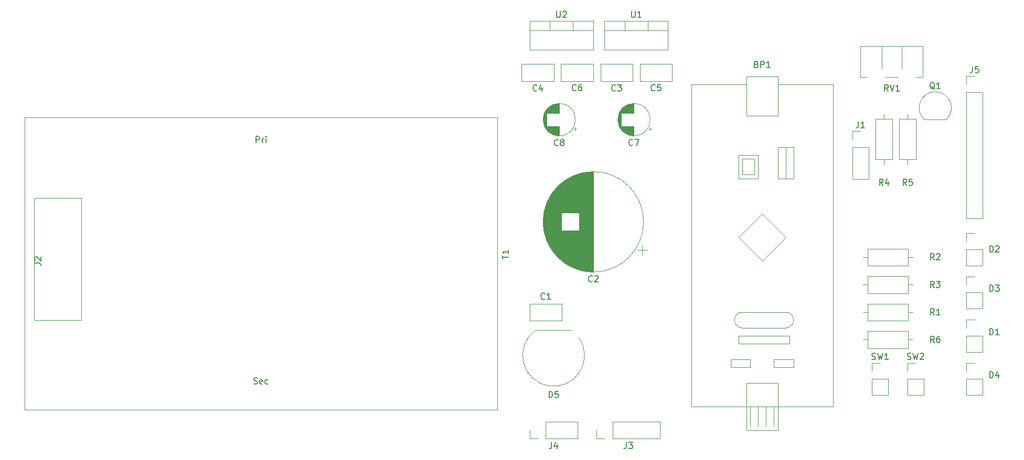
<source format=gbr>
%TF.GenerationSoftware,KiCad,Pcbnew,(6.0.2)*%
%TF.CreationDate,2022-03-15T19:59:36+01:00*%
%TF.ProjectId,GPSDO,47505344-4f2e-46b6-9963-61645f706362,rev?*%
%TF.SameCoordinates,Original*%
%TF.FileFunction,Legend,Top*%
%TF.FilePolarity,Positive*%
%FSLAX46Y46*%
G04 Gerber Fmt 4.6, Leading zero omitted, Abs format (unit mm)*
G04 Created by KiCad (PCBNEW (6.0.2)) date 2022-03-15 19:59:36*
%MOMM*%
%LPD*%
G01*
G04 APERTURE LIST*
%ADD10C,0.120000*%
%ADD11C,0.150000*%
G04 APERTURE END LIST*
D10*
X40640000Y-81915000D02*
X40640000Y-62230000D01*
X48260000Y-81915000D02*
X40640000Y-81915000D01*
X48260000Y-62230000D02*
X48260000Y-81915000D01*
X40640000Y-62230000D02*
X48260000Y-62230000D01*
D11*
%TO.C,BP1*%
X157210238Y-40568571D02*
X157353095Y-40616190D01*
X157400714Y-40663809D01*
X157448333Y-40759047D01*
X157448333Y-40901904D01*
X157400714Y-40997142D01*
X157353095Y-41044761D01*
X157257857Y-41092380D01*
X156876904Y-41092380D01*
X156876904Y-40092380D01*
X157210238Y-40092380D01*
X157305476Y-40140000D01*
X157353095Y-40187619D01*
X157400714Y-40282857D01*
X157400714Y-40378095D01*
X157353095Y-40473333D01*
X157305476Y-40520952D01*
X157210238Y-40568571D01*
X156876904Y-40568571D01*
X157876904Y-41092380D02*
X157876904Y-40092380D01*
X158257857Y-40092380D01*
X158353095Y-40140000D01*
X158400714Y-40187619D01*
X158448333Y-40282857D01*
X158448333Y-40425714D01*
X158400714Y-40520952D01*
X158353095Y-40568571D01*
X158257857Y-40616190D01*
X157876904Y-40616190D01*
X159400714Y-41092380D02*
X158829285Y-41092380D01*
X159115000Y-41092380D02*
X159115000Y-40092380D01*
X159019761Y-40235238D01*
X158924523Y-40330476D01*
X158829285Y-40378095D01*
%TO.C,J4*%
X124126666Y-101687380D02*
X124126666Y-102401666D01*
X124079047Y-102544523D01*
X123983809Y-102639761D01*
X123840952Y-102687380D01*
X123745714Y-102687380D01*
X125031428Y-102020714D02*
X125031428Y-102687380D01*
X124793333Y-101639761D02*
X124555238Y-102354047D01*
X125174285Y-102354047D01*
%TO.C,T1*%
X116182380Y-72046904D02*
X116182380Y-71475476D01*
X117182380Y-71761190D02*
X116182380Y-71761190D01*
X117182380Y-70618333D02*
X117182380Y-71189761D01*
X117182380Y-70904047D02*
X116182380Y-70904047D01*
X116325238Y-70999285D01*
X116420476Y-71094523D01*
X116468095Y-71189761D01*
X76420476Y-53237380D02*
X76420476Y-52237380D01*
X76801428Y-52237380D01*
X76896666Y-52285000D01*
X76944285Y-52332619D01*
X76991904Y-52427857D01*
X76991904Y-52570714D01*
X76944285Y-52665952D01*
X76896666Y-52713571D01*
X76801428Y-52761190D01*
X76420476Y-52761190D01*
X77420476Y-53237380D02*
X77420476Y-52570714D01*
X77420476Y-52761190D02*
X77468095Y-52665952D01*
X77515714Y-52618333D01*
X77610952Y-52570714D01*
X77706190Y-52570714D01*
X78039523Y-53237380D02*
X78039523Y-52570714D01*
X78039523Y-52237380D02*
X77991904Y-52285000D01*
X78039523Y-52332619D01*
X78087142Y-52285000D01*
X78039523Y-52237380D01*
X78039523Y-52332619D01*
X76087142Y-92189761D02*
X76230000Y-92237380D01*
X76468095Y-92237380D01*
X76563333Y-92189761D01*
X76610952Y-92142142D01*
X76658571Y-92046904D01*
X76658571Y-91951666D01*
X76610952Y-91856428D01*
X76563333Y-91808809D01*
X76468095Y-91761190D01*
X76277619Y-91713571D01*
X76182380Y-91665952D01*
X76134761Y-91618333D01*
X76087142Y-91523095D01*
X76087142Y-91427857D01*
X76134761Y-91332619D01*
X76182380Y-91285000D01*
X76277619Y-91237380D01*
X76515714Y-91237380D01*
X76658571Y-91285000D01*
X77468095Y-92189761D02*
X77372857Y-92237380D01*
X77182380Y-92237380D01*
X77087142Y-92189761D01*
X77039523Y-92094523D01*
X77039523Y-91713571D01*
X77087142Y-91618333D01*
X77182380Y-91570714D01*
X77372857Y-91570714D01*
X77468095Y-91618333D01*
X77515714Y-91713571D01*
X77515714Y-91808809D01*
X77039523Y-91904047D01*
X78372857Y-92189761D02*
X78277619Y-92237380D01*
X78087142Y-92237380D01*
X77991904Y-92189761D01*
X77944285Y-92142142D01*
X77896666Y-92046904D01*
X77896666Y-91761190D01*
X77944285Y-91665952D01*
X77991904Y-91618333D01*
X78087142Y-91570714D01*
X78277619Y-91570714D01*
X78372857Y-91618333D01*
%TO.C,U1*%
X137033095Y-32012380D02*
X137033095Y-32821904D01*
X137080714Y-32917142D01*
X137128333Y-32964761D01*
X137223571Y-33012380D01*
X137414047Y-33012380D01*
X137509285Y-32964761D01*
X137556904Y-32917142D01*
X137604523Y-32821904D01*
X137604523Y-32012380D01*
X138604523Y-33012380D02*
X138033095Y-33012380D01*
X138318809Y-33012380D02*
X138318809Y-32012380D01*
X138223571Y-32155238D01*
X138128333Y-32250476D01*
X138033095Y-32298095D01*
%TO.C,D4*%
X194841904Y-91257380D02*
X194841904Y-90257380D01*
X195080000Y-90257380D01*
X195222857Y-90305000D01*
X195318095Y-90400238D01*
X195365714Y-90495476D01*
X195413333Y-90685952D01*
X195413333Y-90828809D01*
X195365714Y-91019285D01*
X195318095Y-91114523D01*
X195222857Y-91209761D01*
X195080000Y-91257380D01*
X194841904Y-91257380D01*
X196270476Y-90590714D02*
X196270476Y-91257380D01*
X196032380Y-90209761D02*
X195794285Y-90924047D01*
X196413333Y-90924047D01*
%TO.C,D3*%
X194841904Y-77287380D02*
X194841904Y-76287380D01*
X195080000Y-76287380D01*
X195222857Y-76335000D01*
X195318095Y-76430238D01*
X195365714Y-76525476D01*
X195413333Y-76715952D01*
X195413333Y-76858809D01*
X195365714Y-77049285D01*
X195318095Y-77144523D01*
X195222857Y-77239761D01*
X195080000Y-77287380D01*
X194841904Y-77287380D01*
X195746666Y-76287380D02*
X196365714Y-76287380D01*
X196032380Y-76668333D01*
X196175238Y-76668333D01*
X196270476Y-76715952D01*
X196318095Y-76763571D01*
X196365714Y-76858809D01*
X196365714Y-77096904D01*
X196318095Y-77192142D01*
X196270476Y-77239761D01*
X196175238Y-77287380D01*
X195889523Y-77287380D01*
X195794285Y-77239761D01*
X195746666Y-77192142D01*
%TO.C,D2*%
X194841904Y-70937380D02*
X194841904Y-69937380D01*
X195080000Y-69937380D01*
X195222857Y-69985000D01*
X195318095Y-70080238D01*
X195365714Y-70175476D01*
X195413333Y-70365952D01*
X195413333Y-70508809D01*
X195365714Y-70699285D01*
X195318095Y-70794523D01*
X195222857Y-70889761D01*
X195080000Y-70937380D01*
X194841904Y-70937380D01*
X195794285Y-70032619D02*
X195841904Y-69985000D01*
X195937142Y-69937380D01*
X196175238Y-69937380D01*
X196270476Y-69985000D01*
X196318095Y-70032619D01*
X196365714Y-70127857D01*
X196365714Y-70223095D01*
X196318095Y-70365952D01*
X195746666Y-70937380D01*
X196365714Y-70937380D01*
%TO.C,D1*%
X194841904Y-84272380D02*
X194841904Y-83272380D01*
X195080000Y-83272380D01*
X195222857Y-83320000D01*
X195318095Y-83415238D01*
X195365714Y-83510476D01*
X195413333Y-83700952D01*
X195413333Y-83843809D01*
X195365714Y-84034285D01*
X195318095Y-84129523D01*
X195222857Y-84224761D01*
X195080000Y-84272380D01*
X194841904Y-84272380D01*
X196365714Y-84272380D02*
X195794285Y-84272380D01*
X196080000Y-84272380D02*
X196080000Y-83272380D01*
X195984761Y-83415238D01*
X195889523Y-83510476D01*
X195794285Y-83558095D01*
%TO.C,C1*%
X123043333Y-78462142D02*
X122995714Y-78509761D01*
X122852857Y-78557380D01*
X122757619Y-78557380D01*
X122614761Y-78509761D01*
X122519523Y-78414523D01*
X122471904Y-78319285D01*
X122424285Y-78128809D01*
X122424285Y-77985952D01*
X122471904Y-77795476D01*
X122519523Y-77700238D01*
X122614761Y-77605000D01*
X122757619Y-77557380D01*
X122852857Y-77557380D01*
X122995714Y-77605000D01*
X123043333Y-77652619D01*
X123995714Y-78557380D02*
X123424285Y-78557380D01*
X123710000Y-78557380D02*
X123710000Y-77557380D01*
X123614761Y-77700238D01*
X123519523Y-77795476D01*
X123424285Y-77843095D01*
%TO.C,C2*%
X130703333Y-75647142D02*
X130655714Y-75694761D01*
X130512857Y-75742380D01*
X130417619Y-75742380D01*
X130274761Y-75694761D01*
X130179523Y-75599523D01*
X130131904Y-75504285D01*
X130084285Y-75313809D01*
X130084285Y-75170952D01*
X130131904Y-74980476D01*
X130179523Y-74885238D01*
X130274761Y-74790000D01*
X130417619Y-74742380D01*
X130512857Y-74742380D01*
X130655714Y-74790000D01*
X130703333Y-74837619D01*
X131084285Y-74837619D02*
X131131904Y-74790000D01*
X131227142Y-74742380D01*
X131465238Y-74742380D01*
X131560476Y-74790000D01*
X131608095Y-74837619D01*
X131655714Y-74932857D01*
X131655714Y-75028095D01*
X131608095Y-75170952D01*
X131036666Y-75742380D01*
X131655714Y-75742380D01*
%TO.C,C3*%
X134453333Y-44807142D02*
X134405714Y-44854761D01*
X134262857Y-44902380D01*
X134167619Y-44902380D01*
X134024761Y-44854761D01*
X133929523Y-44759523D01*
X133881904Y-44664285D01*
X133834285Y-44473809D01*
X133834285Y-44330952D01*
X133881904Y-44140476D01*
X133929523Y-44045238D01*
X134024761Y-43950000D01*
X134167619Y-43902380D01*
X134262857Y-43902380D01*
X134405714Y-43950000D01*
X134453333Y-43997619D01*
X134786666Y-43902380D02*
X135405714Y-43902380D01*
X135072380Y-44283333D01*
X135215238Y-44283333D01*
X135310476Y-44330952D01*
X135358095Y-44378571D01*
X135405714Y-44473809D01*
X135405714Y-44711904D01*
X135358095Y-44807142D01*
X135310476Y-44854761D01*
X135215238Y-44902380D01*
X134929523Y-44902380D01*
X134834285Y-44854761D01*
X134786666Y-44807142D01*
%TO.C,C4*%
X121753333Y-44807142D02*
X121705714Y-44854761D01*
X121562857Y-44902380D01*
X121467619Y-44902380D01*
X121324761Y-44854761D01*
X121229523Y-44759523D01*
X121181904Y-44664285D01*
X121134285Y-44473809D01*
X121134285Y-44330952D01*
X121181904Y-44140476D01*
X121229523Y-44045238D01*
X121324761Y-43950000D01*
X121467619Y-43902380D01*
X121562857Y-43902380D01*
X121705714Y-43950000D01*
X121753333Y-43997619D01*
X122610476Y-44235714D02*
X122610476Y-44902380D01*
X122372380Y-43854761D02*
X122134285Y-44569047D01*
X122753333Y-44569047D01*
%TO.C,C5*%
X140823333Y-44767142D02*
X140775714Y-44814761D01*
X140632857Y-44862380D01*
X140537619Y-44862380D01*
X140394761Y-44814761D01*
X140299523Y-44719523D01*
X140251904Y-44624285D01*
X140204285Y-44433809D01*
X140204285Y-44290952D01*
X140251904Y-44100476D01*
X140299523Y-44005238D01*
X140394761Y-43910000D01*
X140537619Y-43862380D01*
X140632857Y-43862380D01*
X140775714Y-43910000D01*
X140823333Y-43957619D01*
X141728095Y-43862380D02*
X141251904Y-43862380D01*
X141204285Y-44338571D01*
X141251904Y-44290952D01*
X141347142Y-44243333D01*
X141585238Y-44243333D01*
X141680476Y-44290952D01*
X141728095Y-44338571D01*
X141775714Y-44433809D01*
X141775714Y-44671904D01*
X141728095Y-44767142D01*
X141680476Y-44814761D01*
X141585238Y-44862380D01*
X141347142Y-44862380D01*
X141251904Y-44814761D01*
X141204285Y-44767142D01*
%TO.C,C6*%
X128083333Y-44767142D02*
X128035714Y-44814761D01*
X127892857Y-44862380D01*
X127797619Y-44862380D01*
X127654761Y-44814761D01*
X127559523Y-44719523D01*
X127511904Y-44624285D01*
X127464285Y-44433809D01*
X127464285Y-44290952D01*
X127511904Y-44100476D01*
X127559523Y-44005238D01*
X127654761Y-43910000D01*
X127797619Y-43862380D01*
X127892857Y-43862380D01*
X128035714Y-43910000D01*
X128083333Y-43957619D01*
X128940476Y-43862380D02*
X128750000Y-43862380D01*
X128654761Y-43910000D01*
X128607142Y-43957619D01*
X128511904Y-44100476D01*
X128464285Y-44290952D01*
X128464285Y-44671904D01*
X128511904Y-44767142D01*
X128559523Y-44814761D01*
X128654761Y-44862380D01*
X128845238Y-44862380D01*
X128940476Y-44814761D01*
X128988095Y-44767142D01*
X129035714Y-44671904D01*
X129035714Y-44433809D01*
X128988095Y-44338571D01*
X128940476Y-44290952D01*
X128845238Y-44243333D01*
X128654761Y-44243333D01*
X128559523Y-44290952D01*
X128511904Y-44338571D01*
X128464285Y-44433809D01*
%TO.C,C7*%
X137263333Y-53637142D02*
X137215714Y-53684761D01*
X137072857Y-53732380D01*
X136977619Y-53732380D01*
X136834761Y-53684761D01*
X136739523Y-53589523D01*
X136691904Y-53494285D01*
X136644285Y-53303809D01*
X136644285Y-53160952D01*
X136691904Y-52970476D01*
X136739523Y-52875238D01*
X136834761Y-52780000D01*
X136977619Y-52732380D01*
X137072857Y-52732380D01*
X137215714Y-52780000D01*
X137263333Y-52827619D01*
X137596666Y-52732380D02*
X138263333Y-52732380D01*
X137834761Y-53732380D01*
%TO.C,C8*%
X125198333Y-53637142D02*
X125150714Y-53684761D01*
X125007857Y-53732380D01*
X124912619Y-53732380D01*
X124769761Y-53684761D01*
X124674523Y-53589523D01*
X124626904Y-53494285D01*
X124579285Y-53303809D01*
X124579285Y-53160952D01*
X124626904Y-52970476D01*
X124674523Y-52875238D01*
X124769761Y-52780000D01*
X124912619Y-52732380D01*
X125007857Y-52732380D01*
X125150714Y-52780000D01*
X125198333Y-52827619D01*
X125769761Y-53160952D02*
X125674523Y-53113333D01*
X125626904Y-53065714D01*
X125579285Y-52970476D01*
X125579285Y-52922857D01*
X125626904Y-52827619D01*
X125674523Y-52780000D01*
X125769761Y-52732380D01*
X125960238Y-52732380D01*
X126055476Y-52780000D01*
X126103095Y-52827619D01*
X126150714Y-52922857D01*
X126150714Y-52970476D01*
X126103095Y-53065714D01*
X126055476Y-53113333D01*
X125960238Y-53160952D01*
X125769761Y-53160952D01*
X125674523Y-53208571D01*
X125626904Y-53256190D01*
X125579285Y-53351428D01*
X125579285Y-53541904D01*
X125626904Y-53637142D01*
X125674523Y-53684761D01*
X125769761Y-53732380D01*
X125960238Y-53732380D01*
X126055476Y-53684761D01*
X126103095Y-53637142D01*
X126150714Y-53541904D01*
X126150714Y-53351428D01*
X126103095Y-53256190D01*
X126055476Y-53208571D01*
X125960238Y-53160952D01*
%TO.C,D5*%
X123721904Y-94432380D02*
X123721904Y-93432380D01*
X123960000Y-93432380D01*
X124102857Y-93480000D01*
X124198095Y-93575238D01*
X124245714Y-93670476D01*
X124293333Y-93860952D01*
X124293333Y-94003809D01*
X124245714Y-94194285D01*
X124198095Y-94289523D01*
X124102857Y-94384761D01*
X123960000Y-94432380D01*
X123721904Y-94432380D01*
X125198095Y-93432380D02*
X124721904Y-93432380D01*
X124674285Y-93908571D01*
X124721904Y-93860952D01*
X124817142Y-93813333D01*
X125055238Y-93813333D01*
X125150476Y-93860952D01*
X125198095Y-93908571D01*
X125245714Y-94003809D01*
X125245714Y-94241904D01*
X125198095Y-94337142D01*
X125150476Y-94384761D01*
X125055238Y-94432380D01*
X124817142Y-94432380D01*
X124721904Y-94384761D01*
X124674285Y-94337142D01*
%TO.C,J1*%
X173656666Y-49827380D02*
X173656666Y-50541666D01*
X173609047Y-50684523D01*
X173513809Y-50779761D01*
X173370952Y-50827380D01*
X173275714Y-50827380D01*
X174656666Y-50827380D02*
X174085238Y-50827380D01*
X174370952Y-50827380D02*
X174370952Y-49827380D01*
X174275714Y-49970238D01*
X174180476Y-50065476D01*
X174085238Y-50113095D01*
%TO.C,J2*%
X40727380Y-72723333D02*
X41441666Y-72723333D01*
X41584523Y-72770952D01*
X41679761Y-72866190D01*
X41727380Y-73009047D01*
X41727380Y-73104285D01*
X40822619Y-72294761D02*
X40775000Y-72247142D01*
X40727380Y-72151904D01*
X40727380Y-71913809D01*
X40775000Y-71818571D01*
X40822619Y-71770952D01*
X40917857Y-71723333D01*
X41013095Y-71723333D01*
X41155952Y-71770952D01*
X41727380Y-72342380D01*
X41727380Y-71723333D01*
%TO.C,J3*%
X136191666Y-101687380D02*
X136191666Y-102401666D01*
X136144047Y-102544523D01*
X136048809Y-102639761D01*
X135905952Y-102687380D01*
X135810714Y-102687380D01*
X136572619Y-101687380D02*
X137191666Y-101687380D01*
X136858333Y-102068333D01*
X137001190Y-102068333D01*
X137096428Y-102115952D01*
X137144047Y-102163571D01*
X137191666Y-102258809D01*
X137191666Y-102496904D01*
X137144047Y-102592142D01*
X137096428Y-102639761D01*
X137001190Y-102687380D01*
X136715476Y-102687380D01*
X136620238Y-102639761D01*
X136572619Y-102592142D01*
%TO.C,J5*%
X192071666Y-40937380D02*
X192071666Y-41651666D01*
X192024047Y-41794523D01*
X191928809Y-41889761D01*
X191785952Y-41937380D01*
X191690714Y-41937380D01*
X193024047Y-40937380D02*
X192547857Y-40937380D01*
X192500238Y-41413571D01*
X192547857Y-41365952D01*
X192643095Y-41318333D01*
X192881190Y-41318333D01*
X192976428Y-41365952D01*
X193024047Y-41413571D01*
X193071666Y-41508809D01*
X193071666Y-41746904D01*
X193024047Y-41842142D01*
X192976428Y-41889761D01*
X192881190Y-41937380D01*
X192643095Y-41937380D01*
X192547857Y-41889761D01*
X192500238Y-41842142D01*
%TO.C,Q1*%
X185959761Y-44612619D02*
X185864523Y-44565000D01*
X185769285Y-44469761D01*
X185626428Y-44326904D01*
X185531190Y-44279285D01*
X185435952Y-44279285D01*
X185483571Y-44517380D02*
X185388333Y-44469761D01*
X185293095Y-44374523D01*
X185245476Y-44184047D01*
X185245476Y-43850714D01*
X185293095Y-43660238D01*
X185388333Y-43565000D01*
X185483571Y-43517380D01*
X185674047Y-43517380D01*
X185769285Y-43565000D01*
X185864523Y-43660238D01*
X185912142Y-43850714D01*
X185912142Y-44184047D01*
X185864523Y-44374523D01*
X185769285Y-44469761D01*
X185674047Y-44517380D01*
X185483571Y-44517380D01*
X186864523Y-44517380D02*
X186293095Y-44517380D01*
X186578809Y-44517380D02*
X186578809Y-43517380D01*
X186483571Y-43660238D01*
X186388333Y-43755476D01*
X186293095Y-43803095D01*
%TO.C,R1*%
X185888333Y-81097380D02*
X185555000Y-80621190D01*
X185316904Y-81097380D02*
X185316904Y-80097380D01*
X185697857Y-80097380D01*
X185793095Y-80145000D01*
X185840714Y-80192619D01*
X185888333Y-80287857D01*
X185888333Y-80430714D01*
X185840714Y-80525952D01*
X185793095Y-80573571D01*
X185697857Y-80621190D01*
X185316904Y-80621190D01*
X186840714Y-81097380D02*
X186269285Y-81097380D01*
X186555000Y-81097380D02*
X186555000Y-80097380D01*
X186459761Y-80240238D01*
X186364523Y-80335476D01*
X186269285Y-80383095D01*
%TO.C,R2*%
X185888333Y-72207380D02*
X185555000Y-71731190D01*
X185316904Y-72207380D02*
X185316904Y-71207380D01*
X185697857Y-71207380D01*
X185793095Y-71255000D01*
X185840714Y-71302619D01*
X185888333Y-71397857D01*
X185888333Y-71540714D01*
X185840714Y-71635952D01*
X185793095Y-71683571D01*
X185697857Y-71731190D01*
X185316904Y-71731190D01*
X186269285Y-71302619D02*
X186316904Y-71255000D01*
X186412142Y-71207380D01*
X186650238Y-71207380D01*
X186745476Y-71255000D01*
X186793095Y-71302619D01*
X186840714Y-71397857D01*
X186840714Y-71493095D01*
X186793095Y-71635952D01*
X186221666Y-72207380D01*
X186840714Y-72207380D01*
%TO.C,R3*%
X185888333Y-76652380D02*
X185555000Y-76176190D01*
X185316904Y-76652380D02*
X185316904Y-75652380D01*
X185697857Y-75652380D01*
X185793095Y-75700000D01*
X185840714Y-75747619D01*
X185888333Y-75842857D01*
X185888333Y-75985714D01*
X185840714Y-76080952D01*
X185793095Y-76128571D01*
X185697857Y-76176190D01*
X185316904Y-76176190D01*
X186221666Y-75652380D02*
X186840714Y-75652380D01*
X186507380Y-76033333D01*
X186650238Y-76033333D01*
X186745476Y-76080952D01*
X186793095Y-76128571D01*
X186840714Y-76223809D01*
X186840714Y-76461904D01*
X186793095Y-76557142D01*
X186745476Y-76604761D01*
X186650238Y-76652380D01*
X186364523Y-76652380D01*
X186269285Y-76604761D01*
X186221666Y-76557142D01*
%TO.C,R4*%
X177633333Y-60142380D02*
X177300000Y-59666190D01*
X177061904Y-60142380D02*
X177061904Y-59142380D01*
X177442857Y-59142380D01*
X177538095Y-59190000D01*
X177585714Y-59237619D01*
X177633333Y-59332857D01*
X177633333Y-59475714D01*
X177585714Y-59570952D01*
X177538095Y-59618571D01*
X177442857Y-59666190D01*
X177061904Y-59666190D01*
X178490476Y-59475714D02*
X178490476Y-60142380D01*
X178252380Y-59094761D02*
X178014285Y-59809047D01*
X178633333Y-59809047D01*
%TO.C,R5*%
X181443333Y-60142380D02*
X181110000Y-59666190D01*
X180871904Y-60142380D02*
X180871904Y-59142380D01*
X181252857Y-59142380D01*
X181348095Y-59190000D01*
X181395714Y-59237619D01*
X181443333Y-59332857D01*
X181443333Y-59475714D01*
X181395714Y-59570952D01*
X181348095Y-59618571D01*
X181252857Y-59666190D01*
X180871904Y-59666190D01*
X182348095Y-59142380D02*
X181871904Y-59142380D01*
X181824285Y-59618571D01*
X181871904Y-59570952D01*
X181967142Y-59523333D01*
X182205238Y-59523333D01*
X182300476Y-59570952D01*
X182348095Y-59618571D01*
X182395714Y-59713809D01*
X182395714Y-59951904D01*
X182348095Y-60047142D01*
X182300476Y-60094761D01*
X182205238Y-60142380D01*
X181967142Y-60142380D01*
X181871904Y-60094761D01*
X181824285Y-60047142D01*
%TO.C,R6*%
X185888333Y-85542380D02*
X185555000Y-85066190D01*
X185316904Y-85542380D02*
X185316904Y-84542380D01*
X185697857Y-84542380D01*
X185793095Y-84590000D01*
X185840714Y-84637619D01*
X185888333Y-84732857D01*
X185888333Y-84875714D01*
X185840714Y-84970952D01*
X185793095Y-85018571D01*
X185697857Y-85066190D01*
X185316904Y-85066190D01*
X186745476Y-84542380D02*
X186555000Y-84542380D01*
X186459761Y-84590000D01*
X186412142Y-84637619D01*
X186316904Y-84780476D01*
X186269285Y-84970952D01*
X186269285Y-85351904D01*
X186316904Y-85447142D01*
X186364523Y-85494761D01*
X186459761Y-85542380D01*
X186650238Y-85542380D01*
X186745476Y-85494761D01*
X186793095Y-85447142D01*
X186840714Y-85351904D01*
X186840714Y-85113809D01*
X186793095Y-85018571D01*
X186745476Y-84970952D01*
X186650238Y-84923333D01*
X186459761Y-84923333D01*
X186364523Y-84970952D01*
X186316904Y-85018571D01*
X186269285Y-85113809D01*
%TO.C,RV1*%
X178474761Y-44902380D02*
X178141428Y-44426190D01*
X177903333Y-44902380D02*
X177903333Y-43902380D01*
X178284285Y-43902380D01*
X178379523Y-43950000D01*
X178427142Y-43997619D01*
X178474761Y-44092857D01*
X178474761Y-44235714D01*
X178427142Y-44330952D01*
X178379523Y-44378571D01*
X178284285Y-44426190D01*
X177903333Y-44426190D01*
X178760476Y-43902380D02*
X179093809Y-44902380D01*
X179427142Y-43902380D01*
X180284285Y-44902380D02*
X179712857Y-44902380D01*
X179998571Y-44902380D02*
X179998571Y-43902380D01*
X179903333Y-44045238D01*
X179808095Y-44140476D01*
X179712857Y-44188095D01*
%TO.C,SW1*%
X175831666Y-88244761D02*
X175974523Y-88292380D01*
X176212619Y-88292380D01*
X176307857Y-88244761D01*
X176355476Y-88197142D01*
X176403095Y-88101904D01*
X176403095Y-88006666D01*
X176355476Y-87911428D01*
X176307857Y-87863809D01*
X176212619Y-87816190D01*
X176022142Y-87768571D01*
X175926904Y-87720952D01*
X175879285Y-87673333D01*
X175831666Y-87578095D01*
X175831666Y-87482857D01*
X175879285Y-87387619D01*
X175926904Y-87340000D01*
X176022142Y-87292380D01*
X176260238Y-87292380D01*
X176403095Y-87340000D01*
X176736428Y-87292380D02*
X176974523Y-88292380D01*
X177165000Y-87578095D01*
X177355476Y-88292380D01*
X177593571Y-87292380D01*
X178498333Y-88292380D02*
X177926904Y-88292380D01*
X178212619Y-88292380D02*
X178212619Y-87292380D01*
X178117380Y-87435238D01*
X178022142Y-87530476D01*
X177926904Y-87578095D01*
%TO.C,SW2*%
X181546666Y-88244761D02*
X181689523Y-88292380D01*
X181927619Y-88292380D01*
X182022857Y-88244761D01*
X182070476Y-88197142D01*
X182118095Y-88101904D01*
X182118095Y-88006666D01*
X182070476Y-87911428D01*
X182022857Y-87863809D01*
X181927619Y-87816190D01*
X181737142Y-87768571D01*
X181641904Y-87720952D01*
X181594285Y-87673333D01*
X181546666Y-87578095D01*
X181546666Y-87482857D01*
X181594285Y-87387619D01*
X181641904Y-87340000D01*
X181737142Y-87292380D01*
X181975238Y-87292380D01*
X182118095Y-87340000D01*
X182451428Y-87292380D02*
X182689523Y-88292380D01*
X182880000Y-87578095D01*
X183070476Y-88292380D01*
X183308571Y-87292380D01*
X183641904Y-87387619D02*
X183689523Y-87340000D01*
X183784761Y-87292380D01*
X184022857Y-87292380D01*
X184118095Y-87340000D01*
X184165714Y-87387619D01*
X184213333Y-87482857D01*
X184213333Y-87578095D01*
X184165714Y-87720952D01*
X183594285Y-88292380D01*
X184213333Y-88292380D01*
%TO.C,U2*%
X124968095Y-32012380D02*
X124968095Y-32821904D01*
X125015714Y-32917142D01*
X125063333Y-32964761D01*
X125158571Y-33012380D01*
X125349047Y-33012380D01*
X125444285Y-32964761D01*
X125491904Y-32917142D01*
X125539523Y-32821904D01*
X125539523Y-32012380D01*
X125968095Y-32107619D02*
X126015714Y-32060000D01*
X126110952Y-32012380D01*
X126349047Y-32012380D01*
X126444285Y-32060000D01*
X126491904Y-32107619D01*
X126539523Y-32202857D01*
X126539523Y-32298095D01*
X126491904Y-32440952D01*
X125920476Y-33012380D01*
X126539523Y-33012380D01*
D10*
%TO.C,BP1*%
X169545000Y-43815000D02*
X169545000Y-95885000D01*
X169545000Y-95885000D02*
X146685000Y-95885000D01*
X146685000Y-95885000D02*
X146685000Y-43815000D01*
X155575000Y-42545000D02*
X160655000Y-42545000D01*
X160655000Y-42545000D02*
X160655000Y-48895000D01*
X160655000Y-48895000D02*
X155575000Y-48895000D01*
X155575000Y-48895000D02*
X155575000Y-42545000D01*
X146685000Y-43815000D02*
X155575000Y-43815000D01*
X169545000Y-43815000D02*
X160655000Y-43815000D01*
X160020000Y-95885000D02*
X160020000Y-99060000D01*
X156210000Y-95885000D02*
X156210000Y-99060000D01*
X157480000Y-95885000D02*
X157480000Y-99060000D01*
X158750000Y-95885000D02*
X158750000Y-99060000D01*
X155575000Y-95885000D02*
X155575000Y-99695000D01*
X155575000Y-99695000D02*
X160655000Y-99695000D01*
X160655000Y-99695000D02*
X160655000Y-95885000D01*
X154305000Y-84455000D02*
X154305000Y-85725000D01*
X154305000Y-85725000D02*
X162560000Y-85725000D01*
X162560000Y-85725000D02*
X162560000Y-84455000D01*
X162560000Y-84455000D02*
X154305000Y-84455000D01*
X158115000Y-64770000D02*
X154305000Y-68580000D01*
X154305000Y-68580000D02*
X158115000Y-72390000D01*
X158115000Y-72390000D02*
X161925000Y-68580000D01*
X161925000Y-68580000D02*
X158115000Y-64770000D01*
X154305000Y-55245000D02*
X154305000Y-59055000D01*
X154305000Y-59055000D02*
X157480000Y-59055000D01*
X157480000Y-59055000D02*
X157480000Y-55245000D01*
X157480000Y-55245000D02*
X154305000Y-55245000D01*
X160655000Y-53975000D02*
X160655000Y-59055000D01*
X160655000Y-59055000D02*
X163195000Y-59055000D01*
X163195000Y-59055000D02*
X163195000Y-53975000D01*
X163195000Y-53975000D02*
X160655000Y-53975000D01*
X161925000Y-53975000D02*
X161925000Y-59055000D01*
X154940000Y-55880000D02*
X154940000Y-58420000D01*
X154940000Y-58420000D02*
X156845000Y-58420000D01*
X156845000Y-58420000D02*
X156845000Y-55880000D01*
X156845000Y-55880000D02*
X154940000Y-55880000D01*
X153035000Y-88265000D02*
X153035000Y-89535000D01*
X153035000Y-89535000D02*
X156210000Y-89535000D01*
X156210000Y-89535000D02*
X156210000Y-88265000D01*
X156210000Y-88265000D02*
X153035000Y-88265000D01*
X163195000Y-88265000D02*
X163195000Y-89535000D01*
X163195000Y-89535000D02*
X160020000Y-89535000D01*
X160020000Y-89535000D02*
X160020000Y-88265000D01*
X160020000Y-88265000D02*
X163195000Y-88265000D01*
X161925000Y-80645000D02*
X154940000Y-80645000D01*
X154940000Y-83185000D02*
X161925000Y-83185000D01*
X155575000Y-95885000D02*
X155575000Y-92075000D01*
X155575000Y-92075000D02*
X160655000Y-92075000D01*
X160655000Y-92075000D02*
X160655000Y-95885000D01*
X154940000Y-80645000D02*
G75*
G03*
X154940000Y-83185000I0J-1270000D01*
G01*
X161925000Y-83185000D02*
G75*
G03*
X161925000Y-80645000I0J1270000D01*
G01*
%TO.C,J4*%
X120590000Y-101025000D02*
X120590000Y-99695000D01*
X121920000Y-101025000D02*
X120590000Y-101025000D01*
X123190000Y-101025000D02*
X123190000Y-98365000D01*
X123190000Y-98365000D02*
X128330000Y-98365000D01*
X123190000Y-101025000D02*
X128330000Y-101025000D01*
X128330000Y-101025000D02*
X128330000Y-98365000D01*
%TO.C,T1*%
X115350000Y-49165000D02*
X115350000Y-96405000D01*
X115350000Y-49165000D02*
X39110000Y-49165000D01*
X39110000Y-96405000D02*
X115350000Y-96405000D01*
X39110000Y-96405000D02*
X39110000Y-49165000D01*
%TO.C,U1*%
X139646000Y-33560000D02*
X139646000Y-35070000D01*
X135945000Y-33560000D02*
X135945000Y-35070000D01*
X132675000Y-35070000D02*
X142915000Y-35070000D01*
X142915000Y-33560000D02*
X142915000Y-38201000D01*
X132675000Y-33560000D02*
X132675000Y-38201000D01*
X132675000Y-38201000D02*
X142915000Y-38201000D01*
X132675000Y-33560000D02*
X142915000Y-33560000D01*
%TO.C,D4*%
X191075000Y-88840000D02*
X192405000Y-88840000D01*
X191075000Y-90170000D02*
X191075000Y-88840000D01*
X191075000Y-91440000D02*
X193735000Y-91440000D01*
X193735000Y-91440000D02*
X193735000Y-94040000D01*
X191075000Y-91440000D02*
X191075000Y-94040000D01*
X191075000Y-94040000D02*
X193735000Y-94040000D01*
%TO.C,D3*%
X191075000Y-74870000D02*
X192405000Y-74870000D01*
X191075000Y-76200000D02*
X191075000Y-74870000D01*
X191075000Y-77470000D02*
X193735000Y-77470000D01*
X193735000Y-77470000D02*
X193735000Y-80070000D01*
X191075000Y-77470000D02*
X191075000Y-80070000D01*
X191075000Y-80070000D02*
X193735000Y-80070000D01*
%TO.C,D2*%
X191075000Y-67885000D02*
X192405000Y-67885000D01*
X191075000Y-69215000D02*
X191075000Y-67885000D01*
X191075000Y-70485000D02*
X193735000Y-70485000D01*
X193735000Y-70485000D02*
X193735000Y-73085000D01*
X191075000Y-70485000D02*
X191075000Y-73085000D01*
X191075000Y-73085000D02*
X193735000Y-73085000D01*
%TO.C,D1*%
X191075000Y-81855000D02*
X192405000Y-81855000D01*
X191075000Y-83185000D02*
X191075000Y-81855000D01*
X191075000Y-84455000D02*
X193735000Y-84455000D01*
X193735000Y-84455000D02*
X193735000Y-87055000D01*
X191075000Y-84455000D02*
X191075000Y-87055000D01*
X191075000Y-87055000D02*
X193735000Y-87055000D01*
%TO.C,C1*%
X120590000Y-82015000D02*
X120590000Y-79275000D01*
X125830000Y-82015000D02*
X125830000Y-79275000D01*
X125830000Y-79275000D02*
X120590000Y-79275000D01*
X125830000Y-82015000D02*
X120590000Y-82015000D01*
%TO.C,C2*%
X138759491Y-71395000D02*
X138759491Y-69795000D01*
X139559491Y-70595000D02*
X137959491Y-70595000D01*
X122789000Y-66805000D02*
X122789000Y-65275000D01*
X122829000Y-67138000D02*
X122829000Y-64942000D01*
X122869000Y-67391000D02*
X122869000Y-64689000D01*
X122909000Y-67604000D02*
X122909000Y-64476000D01*
X122949000Y-67792000D02*
X122949000Y-64288000D01*
X122989000Y-67960000D02*
X122989000Y-64120000D01*
X123029000Y-68114000D02*
X123029000Y-63966000D01*
X123069000Y-68258000D02*
X123069000Y-63822000D01*
X123109000Y-68391000D02*
X123109000Y-63689000D01*
X123149000Y-68518000D02*
X123149000Y-63562000D01*
X123189000Y-68637000D02*
X123189000Y-63443000D01*
X123229000Y-68751000D02*
X123229000Y-63329000D01*
X123269000Y-68860000D02*
X123269000Y-63220000D01*
X123309000Y-68964000D02*
X123309000Y-63116000D01*
X123349000Y-69064000D02*
X123349000Y-63016000D01*
X123389000Y-69160000D02*
X123389000Y-62920000D01*
X123429000Y-69253000D02*
X123429000Y-62827000D01*
X123469000Y-69343000D02*
X123469000Y-62737000D01*
X123509000Y-69430000D02*
X123509000Y-62650000D01*
X123549000Y-69515000D02*
X123549000Y-62565000D01*
X123589000Y-69597000D02*
X123589000Y-62483000D01*
X123629000Y-69677000D02*
X123629000Y-62403000D01*
X123669000Y-69755000D02*
X123669000Y-62325000D01*
X123709000Y-69830000D02*
X123709000Y-62250000D01*
X123749000Y-69904000D02*
X123749000Y-62176000D01*
X123789000Y-69976000D02*
X123789000Y-62104000D01*
X123829000Y-70047000D02*
X123829000Y-62033000D01*
X123869000Y-70116000D02*
X123869000Y-61964000D01*
X123909000Y-70183000D02*
X123909000Y-61897000D01*
X123949000Y-70249000D02*
X123949000Y-61831000D01*
X123989000Y-70313000D02*
X123989000Y-61767000D01*
X124029000Y-70376000D02*
X124029000Y-61704000D01*
X124069000Y-70438000D02*
X124069000Y-61642000D01*
X124109000Y-70499000D02*
X124109000Y-61581000D01*
X124149000Y-70559000D02*
X124149000Y-61521000D01*
X124189000Y-70617000D02*
X124189000Y-61463000D01*
X124229000Y-70674000D02*
X124229000Y-61406000D01*
X124269000Y-70731000D02*
X124269000Y-61349000D01*
X124309000Y-70786000D02*
X124309000Y-61294000D01*
X124349000Y-70840000D02*
X124349000Y-61240000D01*
X124389000Y-70894000D02*
X124389000Y-61186000D01*
X124429000Y-70946000D02*
X124429000Y-61134000D01*
X124469000Y-70998000D02*
X124469000Y-61082000D01*
X124509000Y-71049000D02*
X124509000Y-61031000D01*
X124549000Y-71099000D02*
X124549000Y-60981000D01*
X124589000Y-71148000D02*
X124589000Y-60932000D01*
X124629000Y-71196000D02*
X124629000Y-60884000D01*
X124669000Y-71244000D02*
X124669000Y-60836000D01*
X124709000Y-71291000D02*
X124709000Y-60789000D01*
X124749000Y-71337000D02*
X124749000Y-60743000D01*
X124789000Y-71383000D02*
X124789000Y-60697000D01*
X124829000Y-71428000D02*
X124829000Y-60652000D01*
X124869000Y-71472000D02*
X124869000Y-60608000D01*
X124909000Y-71515000D02*
X124909000Y-60565000D01*
X124949000Y-71558000D02*
X124949000Y-60522000D01*
X124989000Y-71600000D02*
X124989000Y-60480000D01*
X125029000Y-71642000D02*
X125029000Y-60438000D01*
X125069000Y-71683000D02*
X125069000Y-60397000D01*
X125109000Y-71724000D02*
X125109000Y-60356000D01*
X125149000Y-71764000D02*
X125149000Y-60316000D01*
X125189000Y-71803000D02*
X125189000Y-60277000D01*
X125229000Y-71842000D02*
X125229000Y-60238000D01*
X125269000Y-71880000D02*
X125269000Y-60200000D01*
X125309000Y-71918000D02*
X125309000Y-60162000D01*
X125349000Y-71956000D02*
X125349000Y-60124000D01*
X125389000Y-71992000D02*
X125389000Y-60088000D01*
X125429000Y-72029000D02*
X125429000Y-60051000D01*
X125469000Y-72065000D02*
X125469000Y-60015000D01*
X125509000Y-72100000D02*
X125509000Y-59980000D01*
X125549000Y-72135000D02*
X125549000Y-59945000D01*
X125589000Y-72169000D02*
X125589000Y-59911000D01*
X125629000Y-72203000D02*
X125629000Y-59877000D01*
X125669000Y-72237000D02*
X125669000Y-59843000D01*
X125709000Y-64600000D02*
X125709000Y-59810000D01*
X125709000Y-72270000D02*
X125709000Y-67480000D01*
X125749000Y-64600000D02*
X125749000Y-59777000D01*
X125749000Y-72303000D02*
X125749000Y-67480000D01*
X125789000Y-64600000D02*
X125789000Y-59745000D01*
X125789000Y-72335000D02*
X125789000Y-67480000D01*
X125829000Y-64600000D02*
X125829000Y-59713000D01*
X125829000Y-72367000D02*
X125829000Y-67480000D01*
X125869000Y-64600000D02*
X125869000Y-59682000D01*
X125869000Y-72398000D02*
X125869000Y-67480000D01*
X125909000Y-64600000D02*
X125909000Y-59650000D01*
X125909000Y-72430000D02*
X125909000Y-67480000D01*
X125949000Y-64600000D02*
X125949000Y-59620000D01*
X125949000Y-72460000D02*
X125949000Y-67480000D01*
X125989000Y-64600000D02*
X125989000Y-59590000D01*
X125989000Y-72490000D02*
X125989000Y-67480000D01*
X126029000Y-64600000D02*
X126029000Y-59560000D01*
X126029000Y-72520000D02*
X126029000Y-67480000D01*
X126069000Y-64600000D02*
X126069000Y-59530000D01*
X126069000Y-72550000D02*
X126069000Y-67480000D01*
X126109000Y-64600000D02*
X126109000Y-59501000D01*
X126109000Y-72579000D02*
X126109000Y-67480000D01*
X126149000Y-64600000D02*
X126149000Y-59472000D01*
X126149000Y-72608000D02*
X126149000Y-67480000D01*
X126189000Y-64600000D02*
X126189000Y-59444000D01*
X126189000Y-72636000D02*
X126189000Y-67480000D01*
X126229000Y-64600000D02*
X126229000Y-59416000D01*
X126229000Y-72664000D02*
X126229000Y-67480000D01*
X126269000Y-64600000D02*
X126269000Y-59388000D01*
X126269000Y-72692000D02*
X126269000Y-67480000D01*
X126309000Y-64600000D02*
X126309000Y-59361000D01*
X126309000Y-72719000D02*
X126309000Y-67480000D01*
X126349000Y-64600000D02*
X126349000Y-59334000D01*
X126349000Y-72746000D02*
X126349000Y-67480000D01*
X126389000Y-64600000D02*
X126389000Y-59307000D01*
X126389000Y-72773000D02*
X126389000Y-67480000D01*
X126429000Y-64600000D02*
X126429000Y-59281000D01*
X126429000Y-72799000D02*
X126429000Y-67480000D01*
X126469000Y-64600000D02*
X126469000Y-59255000D01*
X126469000Y-72825000D02*
X126469000Y-67480000D01*
X126509000Y-64600000D02*
X126509000Y-59229000D01*
X126509000Y-72851000D02*
X126509000Y-67480000D01*
X126549000Y-64600000D02*
X126549000Y-59204000D01*
X126549000Y-72876000D02*
X126549000Y-67480000D01*
X126589000Y-64600000D02*
X126589000Y-59179000D01*
X126589000Y-72901000D02*
X126589000Y-67480000D01*
X126629000Y-64600000D02*
X126629000Y-59154000D01*
X126629000Y-72926000D02*
X126629000Y-67480000D01*
X126669000Y-64600000D02*
X126669000Y-59130000D01*
X126669000Y-72950000D02*
X126669000Y-67480000D01*
X126709000Y-64600000D02*
X126709000Y-59106000D01*
X126709000Y-72974000D02*
X126709000Y-67480000D01*
X126749000Y-64600000D02*
X126749000Y-59082000D01*
X126749000Y-72998000D02*
X126749000Y-67480000D01*
X126789000Y-64600000D02*
X126789000Y-59059000D01*
X126789000Y-73021000D02*
X126789000Y-67480000D01*
X126829000Y-64600000D02*
X126829000Y-59036000D01*
X126829000Y-73044000D02*
X126829000Y-67480000D01*
X126869000Y-64600000D02*
X126869000Y-59013000D01*
X126869000Y-73067000D02*
X126869000Y-67480000D01*
X126909000Y-64600000D02*
X126909000Y-58991000D01*
X126909000Y-73089000D02*
X126909000Y-67480000D01*
X126949000Y-64600000D02*
X126949000Y-58968000D01*
X126949000Y-73112000D02*
X126949000Y-67480000D01*
X126989000Y-64600000D02*
X126989000Y-58946000D01*
X126989000Y-73134000D02*
X126989000Y-67480000D01*
X127029000Y-64600000D02*
X127029000Y-58925000D01*
X127029000Y-73155000D02*
X127029000Y-67480000D01*
X127069000Y-64600000D02*
X127069000Y-58904000D01*
X127069000Y-73176000D02*
X127069000Y-67480000D01*
X127109000Y-64600000D02*
X127109000Y-58883000D01*
X127109000Y-73197000D02*
X127109000Y-67480000D01*
X127149000Y-64600000D02*
X127149000Y-58862000D01*
X127149000Y-73218000D02*
X127149000Y-67480000D01*
X127189000Y-64600000D02*
X127189000Y-58841000D01*
X127189000Y-73239000D02*
X127189000Y-67480000D01*
X127229000Y-64600000D02*
X127229000Y-58821000D01*
X127229000Y-73259000D02*
X127229000Y-67480000D01*
X127269000Y-64600000D02*
X127269000Y-58801000D01*
X127269000Y-73279000D02*
X127269000Y-67480000D01*
X127309000Y-64600000D02*
X127309000Y-58782000D01*
X127309000Y-73298000D02*
X127309000Y-67480000D01*
X127349000Y-64600000D02*
X127349000Y-58762000D01*
X127349000Y-73318000D02*
X127349000Y-67480000D01*
X127389000Y-64600000D02*
X127389000Y-58743000D01*
X127389000Y-73337000D02*
X127389000Y-67480000D01*
X127429000Y-64600000D02*
X127429000Y-58724000D01*
X127429000Y-73356000D02*
X127429000Y-67480000D01*
X127469000Y-64600000D02*
X127469000Y-58706000D01*
X127469000Y-73374000D02*
X127469000Y-67480000D01*
X127509000Y-64600000D02*
X127509000Y-58687000D01*
X127509000Y-73393000D02*
X127509000Y-67480000D01*
X127549000Y-64600000D02*
X127549000Y-58669000D01*
X127549000Y-73411000D02*
X127549000Y-67480000D01*
X127589000Y-64600000D02*
X127589000Y-58651000D01*
X127589000Y-73429000D02*
X127589000Y-67480000D01*
X127629000Y-64600000D02*
X127629000Y-58634000D01*
X127629000Y-73446000D02*
X127629000Y-67480000D01*
X127669000Y-64600000D02*
X127669000Y-58617000D01*
X127669000Y-73463000D02*
X127669000Y-67480000D01*
X127709000Y-64600000D02*
X127709000Y-58600000D01*
X127709000Y-73480000D02*
X127709000Y-67480000D01*
X127749000Y-64600000D02*
X127749000Y-58583000D01*
X127749000Y-73497000D02*
X127749000Y-67480000D01*
X127789000Y-64600000D02*
X127789000Y-58566000D01*
X127789000Y-73514000D02*
X127789000Y-67480000D01*
X127829000Y-64600000D02*
X127829000Y-58550000D01*
X127829000Y-73530000D02*
X127829000Y-67480000D01*
X127869000Y-64600000D02*
X127869000Y-58534000D01*
X127869000Y-73546000D02*
X127869000Y-67480000D01*
X127909000Y-64600000D02*
X127909000Y-58518000D01*
X127909000Y-73562000D02*
X127909000Y-67480000D01*
X127949000Y-64600000D02*
X127949000Y-58503000D01*
X127949000Y-73577000D02*
X127949000Y-67480000D01*
X127989000Y-64600000D02*
X127989000Y-58487000D01*
X127989000Y-73593000D02*
X127989000Y-67480000D01*
X128029000Y-64600000D02*
X128029000Y-58472000D01*
X128029000Y-73608000D02*
X128029000Y-67480000D01*
X128069000Y-64600000D02*
X128069000Y-58458000D01*
X128069000Y-73622000D02*
X128069000Y-67480000D01*
X128109000Y-64600000D02*
X128109000Y-58443000D01*
X128109000Y-73637000D02*
X128109000Y-67480000D01*
X128149000Y-64600000D02*
X128149000Y-58429000D01*
X128149000Y-73651000D02*
X128149000Y-67480000D01*
X128189000Y-64600000D02*
X128189000Y-58415000D01*
X128189000Y-73665000D02*
X128189000Y-67480000D01*
X128229000Y-64600000D02*
X128229000Y-58401000D01*
X128229000Y-73679000D02*
X128229000Y-67480000D01*
X128269000Y-64600000D02*
X128269000Y-58387000D01*
X128269000Y-73693000D02*
X128269000Y-67480000D01*
X128309000Y-64600000D02*
X128309000Y-58374000D01*
X128309000Y-73706000D02*
X128309000Y-67480000D01*
X128349000Y-64600000D02*
X128349000Y-58360000D01*
X128349000Y-73720000D02*
X128349000Y-67480000D01*
X128389000Y-64600000D02*
X128389000Y-58347000D01*
X128389000Y-73733000D02*
X128389000Y-67480000D01*
X128429000Y-64600000D02*
X128429000Y-58335000D01*
X128429000Y-73745000D02*
X128429000Y-67480000D01*
X128469000Y-64600000D02*
X128469000Y-58322000D01*
X128469000Y-73758000D02*
X128469000Y-67480000D01*
X128509000Y-64600000D02*
X128509000Y-58310000D01*
X128509000Y-73770000D02*
X128509000Y-67480000D01*
X128549000Y-64600000D02*
X128549000Y-58298000D01*
X128549000Y-73782000D02*
X128549000Y-67480000D01*
X128589000Y-73794000D02*
X128589000Y-58286000D01*
X128629000Y-73805000D02*
X128629000Y-58275000D01*
X128669000Y-73817000D02*
X128669000Y-58263000D01*
X128709000Y-73828000D02*
X128709000Y-58252000D01*
X128749000Y-73839000D02*
X128749000Y-58241000D01*
X128789000Y-73850000D02*
X128789000Y-58230000D01*
X128829000Y-73860000D02*
X128829000Y-58220000D01*
X128869000Y-73870000D02*
X128869000Y-58210000D01*
X128909000Y-73880000D02*
X128909000Y-58200000D01*
X128949000Y-73890000D02*
X128949000Y-58190000D01*
X128989000Y-73900000D02*
X128989000Y-58180000D01*
X129029000Y-73909000D02*
X129029000Y-58171000D01*
X129069000Y-73918000D02*
X129069000Y-58162000D01*
X129109000Y-73927000D02*
X129109000Y-58153000D01*
X129149000Y-73936000D02*
X129149000Y-58144000D01*
X129189000Y-73945000D02*
X129189000Y-58135000D01*
X129229000Y-73953000D02*
X129229000Y-58127000D01*
X129269000Y-73961000D02*
X129269000Y-58119000D01*
X129309000Y-73969000D02*
X129309000Y-58111000D01*
X129349000Y-73977000D02*
X129349000Y-58103000D01*
X129389000Y-73984000D02*
X129389000Y-58096000D01*
X129429000Y-73992000D02*
X129429000Y-58088000D01*
X129469000Y-73999000D02*
X129469000Y-58081000D01*
X129509000Y-74006000D02*
X129509000Y-58074000D01*
X129549000Y-74012000D02*
X129549000Y-58068000D01*
X129589000Y-74019000D02*
X129589000Y-58061000D01*
X129629000Y-74025000D02*
X129629000Y-58055000D01*
X129669000Y-74031000D02*
X129669000Y-58049000D01*
X129709000Y-74037000D02*
X129709000Y-58043000D01*
X129749000Y-74043000D02*
X129749000Y-58037000D01*
X129789000Y-74048000D02*
X129789000Y-58032000D01*
X129829000Y-74054000D02*
X129829000Y-58026000D01*
X129869000Y-74059000D02*
X129869000Y-58021000D01*
X129909000Y-74064000D02*
X129909000Y-58016000D01*
X129949000Y-74068000D02*
X129949000Y-58012000D01*
X129989000Y-74073000D02*
X129989000Y-58007000D01*
X130029000Y-74077000D02*
X130029000Y-58003000D01*
X130069000Y-74081000D02*
X130069000Y-57999000D01*
X130109000Y-74085000D02*
X130109000Y-57995000D01*
X130149000Y-74089000D02*
X130149000Y-57991000D01*
X130190000Y-74092000D02*
X130190000Y-57988000D01*
X130230000Y-74095000D02*
X130230000Y-57985000D01*
X130270000Y-74098000D02*
X130270000Y-57982000D01*
X130310000Y-74101000D02*
X130310000Y-57979000D01*
X130350000Y-74104000D02*
X130350000Y-57976000D01*
X130390000Y-74106000D02*
X130390000Y-57974000D01*
X130430000Y-74109000D02*
X130430000Y-57971000D01*
X130470000Y-74111000D02*
X130470000Y-57969000D01*
X130510000Y-74113000D02*
X130510000Y-57967000D01*
X130550000Y-74114000D02*
X130550000Y-57966000D01*
X130590000Y-74116000D02*
X130590000Y-57964000D01*
X130630000Y-74117000D02*
X130630000Y-57963000D01*
X130670000Y-74118000D02*
X130670000Y-57962000D01*
X130710000Y-74119000D02*
X130710000Y-57961000D01*
X130750000Y-74120000D02*
X130750000Y-57960000D01*
X130790000Y-74120000D02*
X130790000Y-57960000D01*
X130830000Y-74120000D02*
X130830000Y-57960000D01*
X130870000Y-74121000D02*
X130870000Y-57959000D01*
X138990000Y-66040000D02*
G75*
G03*
X138990000Y-66040000I-8120000J0D01*
G01*
%TO.C,C3*%
X137260000Y-40540000D02*
X137260000Y-43280000D01*
X132020000Y-40540000D02*
X132020000Y-43280000D01*
X132020000Y-43280000D02*
X137260000Y-43280000D01*
X132020000Y-40540000D02*
X137260000Y-40540000D01*
%TO.C,C4*%
X119280000Y-40540000D02*
X124520000Y-40540000D01*
X119280000Y-43280000D02*
X124520000Y-43280000D01*
X119280000Y-40540000D02*
X119280000Y-43280000D01*
X124520000Y-40540000D02*
X124520000Y-43280000D01*
%TO.C,C5*%
X138370000Y-43280000D02*
X138370000Y-40540000D01*
X143610000Y-43280000D02*
X143610000Y-40540000D01*
X143610000Y-40540000D02*
X138370000Y-40540000D01*
X143610000Y-43280000D02*
X138370000Y-43280000D01*
%TO.C,C6*%
X130870000Y-43280000D02*
X125630000Y-43280000D01*
X130870000Y-40540000D02*
X125630000Y-40540000D01*
X130870000Y-43280000D02*
X130870000Y-40540000D01*
X125630000Y-43280000D02*
X125630000Y-40540000D01*
%TO.C,C7*%
X140050000Y-49530000D02*
G75*
G03*
X140050000Y-49530000I-2620000J0D01*
G01*
X137430000Y-48490000D02*
X137430000Y-46950000D01*
X137430000Y-52110000D02*
X137430000Y-50570000D01*
X137390000Y-48490000D02*
X137390000Y-46950000D01*
X137390000Y-52110000D02*
X137390000Y-50570000D01*
X137350000Y-52109000D02*
X137350000Y-50570000D01*
X137350000Y-48490000D02*
X137350000Y-46951000D01*
X137310000Y-52108000D02*
X137310000Y-50570000D01*
X137310000Y-48490000D02*
X137310000Y-46952000D01*
X137270000Y-52106000D02*
X137270000Y-50570000D01*
X137270000Y-48490000D02*
X137270000Y-46954000D01*
X137230000Y-52103000D02*
X137230000Y-50570000D01*
X137230000Y-48490000D02*
X137230000Y-46957000D01*
X137190000Y-52099000D02*
X137190000Y-50570000D01*
X137190000Y-48490000D02*
X137190000Y-46961000D01*
X137150000Y-52095000D02*
X137150000Y-50570000D01*
X137150000Y-48490000D02*
X137150000Y-46965000D01*
X137110000Y-52091000D02*
X137110000Y-50570000D01*
X137110000Y-48490000D02*
X137110000Y-46969000D01*
X137070000Y-52086000D02*
X137070000Y-50570000D01*
X137070000Y-48490000D02*
X137070000Y-46974000D01*
X137030000Y-52080000D02*
X137030000Y-50570000D01*
X137030000Y-48490000D02*
X137030000Y-46980000D01*
X136990000Y-52073000D02*
X136990000Y-50570000D01*
X136990000Y-48490000D02*
X136990000Y-46987000D01*
X136950000Y-52066000D02*
X136950000Y-50570000D01*
X136950000Y-48490000D02*
X136950000Y-46994000D01*
X136910000Y-52058000D02*
X136910000Y-50570000D01*
X136910000Y-48490000D02*
X136910000Y-47002000D01*
X136870000Y-52050000D02*
X136870000Y-50570000D01*
X136870000Y-48490000D02*
X136870000Y-47010000D01*
X136830000Y-52041000D02*
X136830000Y-50570000D01*
X136830000Y-48490000D02*
X136830000Y-47019000D01*
X136790000Y-52031000D02*
X136790000Y-50570000D01*
X136790000Y-48490000D02*
X136790000Y-47029000D01*
X136750000Y-52021000D02*
X136750000Y-50570000D01*
X136750000Y-48490000D02*
X136750000Y-47039000D01*
X136709000Y-52010000D02*
X136709000Y-50570000D01*
X136709000Y-48490000D02*
X136709000Y-47050000D01*
X136669000Y-51998000D02*
X136669000Y-50570000D01*
X136669000Y-48490000D02*
X136669000Y-47062000D01*
X136629000Y-51985000D02*
X136629000Y-50570000D01*
X136629000Y-48490000D02*
X136629000Y-47075000D01*
X136589000Y-51972000D02*
X136589000Y-50570000D01*
X136589000Y-48490000D02*
X136589000Y-47088000D01*
X136549000Y-51958000D02*
X136549000Y-50570000D01*
X136549000Y-48490000D02*
X136549000Y-47102000D01*
X136509000Y-51944000D02*
X136509000Y-50570000D01*
X136509000Y-48490000D02*
X136509000Y-47116000D01*
X136469000Y-51928000D02*
X136469000Y-50570000D01*
X136469000Y-48490000D02*
X136469000Y-47132000D01*
X136429000Y-51912000D02*
X136429000Y-50570000D01*
X136429000Y-48490000D02*
X136429000Y-47148000D01*
X136389000Y-51895000D02*
X136389000Y-50570000D01*
X136389000Y-48490000D02*
X136389000Y-47165000D01*
X136349000Y-51878000D02*
X136349000Y-50570000D01*
X136349000Y-48490000D02*
X136349000Y-47182000D01*
X136309000Y-51859000D02*
X136309000Y-50570000D01*
X136309000Y-48490000D02*
X136309000Y-47201000D01*
X136269000Y-51840000D02*
X136269000Y-50570000D01*
X136269000Y-48490000D02*
X136269000Y-47220000D01*
X136229000Y-51820000D02*
X136229000Y-50570000D01*
X136229000Y-48490000D02*
X136229000Y-47240000D01*
X136189000Y-51798000D02*
X136189000Y-50570000D01*
X136189000Y-48490000D02*
X136189000Y-47262000D01*
X136149000Y-51777000D02*
X136149000Y-50570000D01*
X136149000Y-48490000D02*
X136149000Y-47283000D01*
X136109000Y-51754000D02*
X136109000Y-50570000D01*
X136109000Y-48490000D02*
X136109000Y-47306000D01*
X136069000Y-51730000D02*
X136069000Y-50570000D01*
X136069000Y-48490000D02*
X136069000Y-47330000D01*
X136029000Y-51705000D02*
X136029000Y-50570000D01*
X136029000Y-48490000D02*
X136029000Y-47355000D01*
X135989000Y-51679000D02*
X135989000Y-50570000D01*
X135989000Y-48490000D02*
X135989000Y-47381000D01*
X135949000Y-51652000D02*
X135949000Y-50570000D01*
X135949000Y-48490000D02*
X135949000Y-47408000D01*
X135909000Y-51625000D02*
X135909000Y-50570000D01*
X135909000Y-48490000D02*
X135909000Y-47435000D01*
X135869000Y-51595000D02*
X135869000Y-50570000D01*
X135869000Y-48490000D02*
X135869000Y-47465000D01*
X135829000Y-51565000D02*
X135829000Y-50570000D01*
X135829000Y-48490000D02*
X135829000Y-47495000D01*
X135789000Y-51534000D02*
X135789000Y-50570000D01*
X135789000Y-48490000D02*
X135789000Y-47526000D01*
X135749000Y-51501000D02*
X135749000Y-50570000D01*
X135749000Y-48490000D02*
X135749000Y-47559000D01*
X135709000Y-51467000D02*
X135709000Y-50570000D01*
X135709000Y-48490000D02*
X135709000Y-47593000D01*
X135669000Y-51431000D02*
X135669000Y-50570000D01*
X135669000Y-48490000D02*
X135669000Y-47629000D01*
X135629000Y-51394000D02*
X135629000Y-50570000D01*
X135629000Y-48490000D02*
X135629000Y-47666000D01*
X135589000Y-51356000D02*
X135589000Y-50570000D01*
X135589000Y-48490000D02*
X135589000Y-47704000D01*
X135549000Y-51315000D02*
X135549000Y-50570000D01*
X135549000Y-48490000D02*
X135549000Y-47745000D01*
X135509000Y-51273000D02*
X135509000Y-50570000D01*
X135509000Y-48490000D02*
X135509000Y-47787000D01*
X135469000Y-51229000D02*
X135469000Y-50570000D01*
X135469000Y-48490000D02*
X135469000Y-47831000D01*
X135429000Y-51183000D02*
X135429000Y-50570000D01*
X135429000Y-48490000D02*
X135429000Y-47877000D01*
X135389000Y-51135000D02*
X135389000Y-47925000D01*
X135349000Y-51084000D02*
X135349000Y-47976000D01*
X135309000Y-51030000D02*
X135309000Y-48030000D01*
X135269000Y-50973000D02*
X135269000Y-48087000D01*
X135229000Y-50913000D02*
X135229000Y-48147000D01*
X135189000Y-50849000D02*
X135189000Y-48211000D01*
X135149000Y-50781000D02*
X135149000Y-48279000D01*
X135109000Y-50708000D02*
X135109000Y-48352000D01*
X135069000Y-50628000D02*
X135069000Y-48432000D01*
X135029000Y-50541000D02*
X135029000Y-48519000D01*
X134989000Y-50445000D02*
X134989000Y-48615000D01*
X134949000Y-50335000D02*
X134949000Y-48725000D01*
X134909000Y-50207000D02*
X134909000Y-48853000D01*
X134869000Y-50048000D02*
X134869000Y-49012000D01*
X134829000Y-49814000D02*
X134829000Y-49246000D01*
X140234775Y-51005000D02*
X139734775Y-51005000D01*
X139984775Y-51255000D02*
X139984775Y-50755000D01*
%TO.C,C8*%
X127919775Y-51255000D02*
X127919775Y-50755000D01*
X128169775Y-51005000D02*
X127669775Y-51005000D01*
X122764000Y-49814000D02*
X122764000Y-49246000D01*
X122804000Y-50048000D02*
X122804000Y-49012000D01*
X122844000Y-50207000D02*
X122844000Y-48853000D01*
X122884000Y-50335000D02*
X122884000Y-48725000D01*
X122924000Y-50445000D02*
X122924000Y-48615000D01*
X122964000Y-50541000D02*
X122964000Y-48519000D01*
X123004000Y-50628000D02*
X123004000Y-48432000D01*
X123044000Y-50708000D02*
X123044000Y-48352000D01*
X123084000Y-50781000D02*
X123084000Y-48279000D01*
X123124000Y-50849000D02*
X123124000Y-48211000D01*
X123164000Y-50913000D02*
X123164000Y-48147000D01*
X123204000Y-50973000D02*
X123204000Y-48087000D01*
X123244000Y-51030000D02*
X123244000Y-48030000D01*
X123284000Y-51084000D02*
X123284000Y-47976000D01*
X123324000Y-51135000D02*
X123324000Y-47925000D01*
X123364000Y-48490000D02*
X123364000Y-47877000D01*
X123364000Y-51183000D02*
X123364000Y-50570000D01*
X123404000Y-48490000D02*
X123404000Y-47831000D01*
X123404000Y-51229000D02*
X123404000Y-50570000D01*
X123444000Y-48490000D02*
X123444000Y-47787000D01*
X123444000Y-51273000D02*
X123444000Y-50570000D01*
X123484000Y-48490000D02*
X123484000Y-47745000D01*
X123484000Y-51315000D02*
X123484000Y-50570000D01*
X123524000Y-48490000D02*
X123524000Y-47704000D01*
X123524000Y-51356000D02*
X123524000Y-50570000D01*
X123564000Y-48490000D02*
X123564000Y-47666000D01*
X123564000Y-51394000D02*
X123564000Y-50570000D01*
X123604000Y-48490000D02*
X123604000Y-47629000D01*
X123604000Y-51431000D02*
X123604000Y-50570000D01*
X123644000Y-48490000D02*
X123644000Y-47593000D01*
X123644000Y-51467000D02*
X123644000Y-50570000D01*
X123684000Y-48490000D02*
X123684000Y-47559000D01*
X123684000Y-51501000D02*
X123684000Y-50570000D01*
X123724000Y-48490000D02*
X123724000Y-47526000D01*
X123724000Y-51534000D02*
X123724000Y-50570000D01*
X123764000Y-48490000D02*
X123764000Y-47495000D01*
X123764000Y-51565000D02*
X123764000Y-50570000D01*
X123804000Y-48490000D02*
X123804000Y-47465000D01*
X123804000Y-51595000D02*
X123804000Y-50570000D01*
X123844000Y-48490000D02*
X123844000Y-47435000D01*
X123844000Y-51625000D02*
X123844000Y-50570000D01*
X123884000Y-48490000D02*
X123884000Y-47408000D01*
X123884000Y-51652000D02*
X123884000Y-50570000D01*
X123924000Y-48490000D02*
X123924000Y-47381000D01*
X123924000Y-51679000D02*
X123924000Y-50570000D01*
X123964000Y-48490000D02*
X123964000Y-47355000D01*
X123964000Y-51705000D02*
X123964000Y-50570000D01*
X124004000Y-48490000D02*
X124004000Y-47330000D01*
X124004000Y-51730000D02*
X124004000Y-50570000D01*
X124044000Y-48490000D02*
X124044000Y-47306000D01*
X124044000Y-51754000D02*
X124044000Y-50570000D01*
X124084000Y-48490000D02*
X124084000Y-47283000D01*
X124084000Y-51777000D02*
X124084000Y-50570000D01*
X124124000Y-48490000D02*
X124124000Y-47262000D01*
X124124000Y-51798000D02*
X124124000Y-50570000D01*
X124164000Y-48490000D02*
X124164000Y-47240000D01*
X124164000Y-51820000D02*
X124164000Y-50570000D01*
X124204000Y-48490000D02*
X124204000Y-47220000D01*
X124204000Y-51840000D02*
X124204000Y-50570000D01*
X124244000Y-48490000D02*
X124244000Y-47201000D01*
X124244000Y-51859000D02*
X124244000Y-50570000D01*
X124284000Y-48490000D02*
X124284000Y-47182000D01*
X124284000Y-51878000D02*
X124284000Y-50570000D01*
X124324000Y-48490000D02*
X124324000Y-47165000D01*
X124324000Y-51895000D02*
X124324000Y-50570000D01*
X124364000Y-48490000D02*
X124364000Y-47148000D01*
X124364000Y-51912000D02*
X124364000Y-50570000D01*
X124404000Y-48490000D02*
X124404000Y-47132000D01*
X124404000Y-51928000D02*
X124404000Y-50570000D01*
X124444000Y-48490000D02*
X124444000Y-47116000D01*
X124444000Y-51944000D02*
X124444000Y-50570000D01*
X124484000Y-48490000D02*
X124484000Y-47102000D01*
X124484000Y-51958000D02*
X124484000Y-50570000D01*
X124524000Y-48490000D02*
X124524000Y-47088000D01*
X124524000Y-51972000D02*
X124524000Y-50570000D01*
X124564000Y-48490000D02*
X124564000Y-47075000D01*
X124564000Y-51985000D02*
X124564000Y-50570000D01*
X124604000Y-48490000D02*
X124604000Y-47062000D01*
X124604000Y-51998000D02*
X124604000Y-50570000D01*
X124644000Y-48490000D02*
X124644000Y-47050000D01*
X124644000Y-52010000D02*
X124644000Y-50570000D01*
X124685000Y-48490000D02*
X124685000Y-47039000D01*
X124685000Y-52021000D02*
X124685000Y-50570000D01*
X124725000Y-48490000D02*
X124725000Y-47029000D01*
X124725000Y-52031000D02*
X124725000Y-50570000D01*
X124765000Y-48490000D02*
X124765000Y-47019000D01*
X124765000Y-52041000D02*
X124765000Y-50570000D01*
X124805000Y-48490000D02*
X124805000Y-47010000D01*
X124805000Y-52050000D02*
X124805000Y-50570000D01*
X124845000Y-48490000D02*
X124845000Y-47002000D01*
X124845000Y-52058000D02*
X124845000Y-50570000D01*
X124885000Y-48490000D02*
X124885000Y-46994000D01*
X124885000Y-52066000D02*
X124885000Y-50570000D01*
X124925000Y-48490000D02*
X124925000Y-46987000D01*
X124925000Y-52073000D02*
X124925000Y-50570000D01*
X124965000Y-48490000D02*
X124965000Y-46980000D01*
X124965000Y-52080000D02*
X124965000Y-50570000D01*
X125005000Y-48490000D02*
X125005000Y-46974000D01*
X125005000Y-52086000D02*
X125005000Y-50570000D01*
X125045000Y-48490000D02*
X125045000Y-46969000D01*
X125045000Y-52091000D02*
X125045000Y-50570000D01*
X125085000Y-48490000D02*
X125085000Y-46965000D01*
X125085000Y-52095000D02*
X125085000Y-50570000D01*
X125125000Y-48490000D02*
X125125000Y-46961000D01*
X125125000Y-52099000D02*
X125125000Y-50570000D01*
X125165000Y-48490000D02*
X125165000Y-46957000D01*
X125165000Y-52103000D02*
X125165000Y-50570000D01*
X125205000Y-48490000D02*
X125205000Y-46954000D01*
X125205000Y-52106000D02*
X125205000Y-50570000D01*
X125245000Y-48490000D02*
X125245000Y-46952000D01*
X125245000Y-52108000D02*
X125245000Y-50570000D01*
X125285000Y-48490000D02*
X125285000Y-46951000D01*
X125285000Y-52109000D02*
X125285000Y-50570000D01*
X125325000Y-52110000D02*
X125325000Y-50570000D01*
X125325000Y-48490000D02*
X125325000Y-46950000D01*
X125365000Y-52110000D02*
X125365000Y-50570000D01*
X125365000Y-48490000D02*
X125365000Y-46950000D01*
X127985000Y-49530000D02*
G75*
G03*
X127985000Y-49530000I-2620000J0D01*
G01*
%TO.C,D5*%
X127381000Y-83566000D02*
X121539000Y-83566000D01*
X121539000Y-83566000D02*
G75*
G03*
X128524000Y-84709000I2921000J-4064000D01*
G01*
%TO.C,J1*%
X172660000Y-51375000D02*
X173990000Y-51375000D01*
X172660000Y-52705000D02*
X172660000Y-51375000D01*
X172660000Y-53975000D02*
X175320000Y-53975000D01*
X175320000Y-53975000D02*
X175320000Y-59115000D01*
X172660000Y-53975000D02*
X172660000Y-59115000D01*
X172660000Y-59115000D02*
X175320000Y-59115000D01*
%TO.C,J3*%
X131385000Y-101025000D02*
X131385000Y-99695000D01*
X132715000Y-101025000D02*
X131385000Y-101025000D01*
X133985000Y-101025000D02*
X133985000Y-98365000D01*
X133985000Y-98365000D02*
X141665000Y-98365000D01*
X133985000Y-101025000D02*
X141665000Y-101025000D01*
X141665000Y-101025000D02*
X141665000Y-98365000D01*
%TO.C,J5*%
X191075000Y-42485000D02*
X192405000Y-42485000D01*
X191075000Y-43815000D02*
X191075000Y-42485000D01*
X191075000Y-45085000D02*
X193735000Y-45085000D01*
X193735000Y-45085000D02*
X193735000Y-65465000D01*
X191075000Y-45085000D02*
X191075000Y-65465000D01*
X191075000Y-65465000D02*
X193735000Y-65465000D01*
%TO.C,Q1*%
X184255000Y-49475000D02*
X187855000Y-49475000D01*
X186055000Y-45024999D02*
G75*
G03*
X184216522Y-49463478I0J-2600001D01*
G01*
X187893478Y-49463478D02*
G75*
G03*
X186055000Y-45025000I-1838478J1838478D01*
G01*
%TO.C,R1*%
X181705000Y-82015000D02*
X181705000Y-79275000D01*
X181705000Y-79275000D02*
X175165000Y-79275000D01*
X175165000Y-79275000D02*
X175165000Y-82015000D01*
X175165000Y-82015000D02*
X181705000Y-82015000D01*
X182475000Y-80645000D02*
X181705000Y-80645000D01*
X174395000Y-80645000D02*
X175165000Y-80645000D01*
%TO.C,R2*%
X182475000Y-71755000D02*
X181705000Y-71755000D01*
X174395000Y-71755000D02*
X175165000Y-71755000D01*
X181705000Y-70385000D02*
X175165000Y-70385000D01*
X181705000Y-73125000D02*
X181705000Y-70385000D01*
X175165000Y-73125000D02*
X181705000Y-73125000D01*
X175165000Y-70385000D02*
X175165000Y-73125000D01*
%TO.C,R3*%
X181705000Y-77570000D02*
X181705000Y-74830000D01*
X181705000Y-74830000D02*
X175165000Y-74830000D01*
X175165000Y-74830000D02*
X175165000Y-77570000D01*
X175165000Y-77570000D02*
X181705000Y-77570000D01*
X182475000Y-76200000D02*
X181705000Y-76200000D01*
X174395000Y-76200000D02*
X175165000Y-76200000D01*
%TO.C,R4*%
X176430000Y-55975000D02*
X179170000Y-55975000D01*
X179170000Y-55975000D02*
X179170000Y-49435000D01*
X179170000Y-49435000D02*
X176430000Y-49435000D01*
X176430000Y-49435000D02*
X176430000Y-55975000D01*
X177800000Y-56745000D02*
X177800000Y-55975000D01*
X177800000Y-48665000D02*
X177800000Y-49435000D01*
%TO.C,R5*%
X181610000Y-56745000D02*
X181610000Y-55975000D01*
X181610000Y-48665000D02*
X181610000Y-49435000D01*
X182980000Y-55975000D02*
X182980000Y-49435000D01*
X180240000Y-55975000D02*
X182980000Y-55975000D01*
X180240000Y-49435000D02*
X180240000Y-55975000D01*
X182980000Y-49435000D02*
X180240000Y-49435000D01*
%TO.C,R6*%
X174395000Y-85090000D02*
X175165000Y-85090000D01*
X182475000Y-85090000D02*
X181705000Y-85090000D01*
X175165000Y-86460000D02*
X181705000Y-86460000D01*
X175165000Y-83720000D02*
X175165000Y-86460000D01*
X181705000Y-83720000D02*
X175165000Y-83720000D01*
X181705000Y-86460000D02*
X181705000Y-83720000D01*
%TO.C,RV1*%
X177410000Y-37625000D02*
X180650000Y-37625000D01*
X177956000Y-42666000D02*
X180105000Y-42666000D01*
X180650000Y-41308000D02*
X180650000Y-37625000D01*
X177410000Y-41308000D02*
X177410000Y-37625000D01*
X177956000Y-42666000D02*
X180105000Y-42666000D01*
X174009000Y-42666000D02*
X175104000Y-42666000D01*
X182955000Y-42666000D02*
X184050000Y-42666000D01*
X174009000Y-37625000D02*
X184050000Y-37625000D01*
X184050000Y-42666000D02*
X184050000Y-37625000D01*
X174009000Y-42666000D02*
X174009000Y-37625000D01*
%TO.C,SW1*%
X175835000Y-94040000D02*
X178495000Y-94040000D01*
X175835000Y-91440000D02*
X175835000Y-94040000D01*
X178495000Y-91440000D02*
X178495000Y-94040000D01*
X175835000Y-91440000D02*
X178495000Y-91440000D01*
X175835000Y-90170000D02*
X175835000Y-88840000D01*
X175835000Y-88840000D02*
X177165000Y-88840000D01*
%TO.C,SW2*%
X181550000Y-88840000D02*
X182880000Y-88840000D01*
X181550000Y-90170000D02*
X181550000Y-88840000D01*
X181550000Y-91440000D02*
X184210000Y-91440000D01*
X184210000Y-91440000D02*
X184210000Y-94040000D01*
X181550000Y-91440000D02*
X181550000Y-94040000D01*
X181550000Y-94040000D02*
X184210000Y-94040000D01*
%TO.C,U2*%
X127581000Y-33560000D02*
X127581000Y-35070000D01*
X123880000Y-33560000D02*
X123880000Y-35070000D01*
X120610000Y-35070000D02*
X130850000Y-35070000D01*
X130850000Y-33560000D02*
X130850000Y-38201000D01*
X120610000Y-33560000D02*
X120610000Y-38201000D01*
X120610000Y-38201000D02*
X130850000Y-38201000D01*
X120610000Y-33560000D02*
X130850000Y-33560000D01*
%TD*%
M02*

</source>
